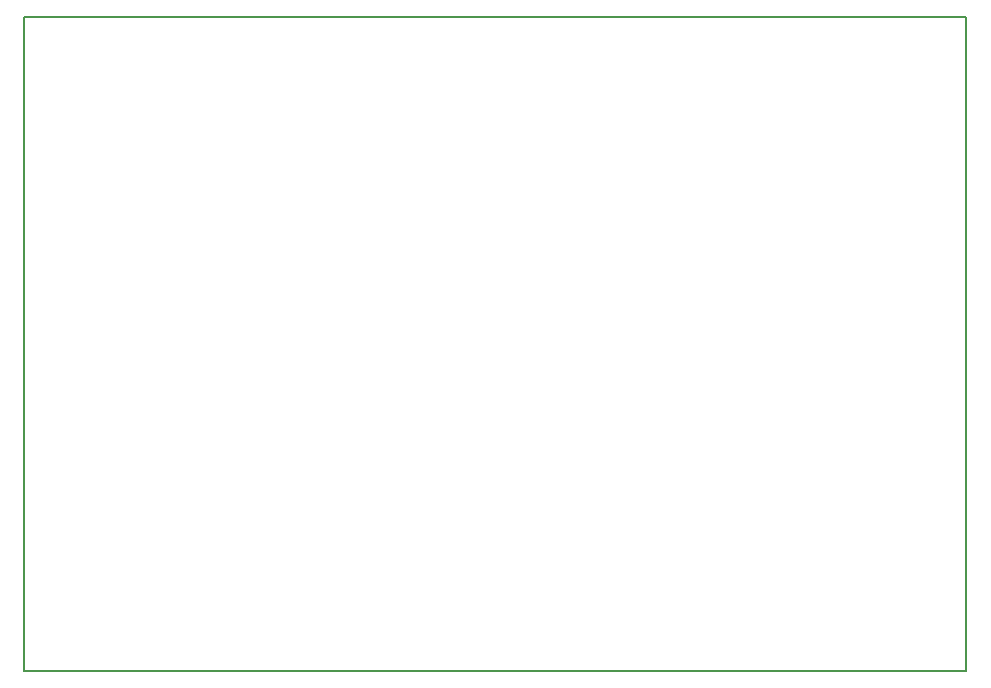
<source format=gbr>
G04 #@! TF.FileFunction,Profile,NP*
%FSLAX46Y46*%
G04 Gerber Fmt 4.6, Leading zero omitted, Abs format (unit mm)*
G04 Created by KiCad (PCBNEW 4.0.2+dfsg1-stable) date sáb 28 ene 2017 09:14:19 CET*
%MOMM*%
G01*
G04 APERTURE LIST*
%ADD10C,0.100000*%
%ADD11C,0.150000*%
G04 APERTURE END LIST*
D10*
D11*
X72136000Y-85852000D02*
X72136000Y-30480000D01*
X151892000Y-85852000D02*
X72136000Y-85852000D01*
X151892000Y-30480000D02*
X151892000Y-85852000D01*
X72136000Y-30480000D02*
X151892000Y-30480000D01*
M02*

</source>
